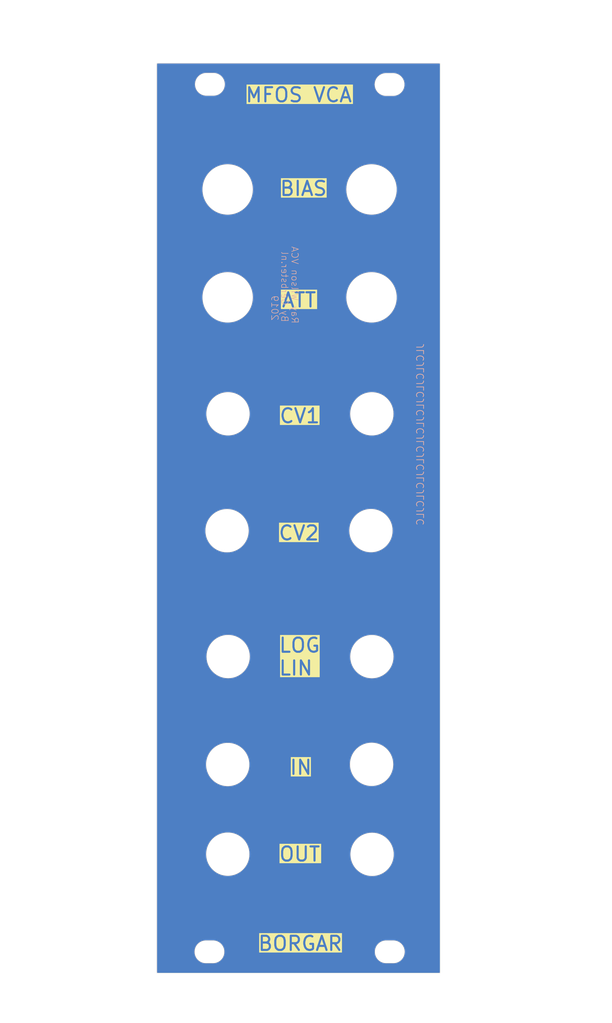
<source format=kicad_pcb>
(kicad_pcb (version 20240108) (generator "pcbnew") (generator_version "8.0")
  (layers (0 "F.Cu" signal) (31 "B.Cu" signal) (34 "B.Paste" user) (35 "F.Paste" user) (36 "B.SilkS" user "B.Silkscreen") (37 "F.SilkS" user "F.Silkscreen") (38 "B.Mask" user) (39 "F.Mask" user) (44 "Edge.Cuts" user))
  (net 0 "")
  (footprint "1UserLibrary:eurorack panel jack hole" (layer "F.Cu") (at 113.678987 104.639979)
    (property "Reference" "REF**" (hide yes))
    (property "Value" "eurorack panel jack hole" (hide yes))
    (fp_circle (center -0.131962 0) (end 2.918038 0) (stroke (width 0.05)) (fill none) (layer "Edge.Cuts"))
  )
  (footprint "1UserLibrary:eurorack panel PotHole" (layer "F.Cu") (at 133.998947 56.377933)
    (property "Reference" "REF**" (hide yes))
    (property "Value" "eurorack panel PotHole" (hide yes))
    (fp_circle (center -0.046289 0.054901) (end 3.503711 0.054901) (stroke (width 0.05)) (fill none) (layer "Edge.Cuts"))
  )
  (footprint "1UserLibrary:eurorack panel jack hole" (layer "F.Cu") (at 134.003299 104.626894)
    (property "Reference" "REF**" (hide yes))
    (property "Value" "eurorack panel jack hole" (hide yes))
    (fp_circle (center -0.131962 0) (end 2.918038 0) (stroke (width 0.05)) (fill none) (layer "Edge.Cuts"))
  )
  (footprint "1UserLibrary:eurorack panel jack hole" (layer "F.Cu") (at 113.835747 122.420258)
    (property "Reference" "REF**" (hide yes))
    (property "Value" "eurorack panel jack hole" (hide yes))
    (fp_circle (center -0.131962 0) (end 2.918038 0) (stroke (width 0.05)) (fill none) (layer "Edge.Cuts"))
  )
  (footprint "1UserLibrary:eurorack panel jack hole" (layer "F.Cu") (at 113.785491 150.332748)
    (property "Reference" "REF**" (hide yes))
    (property "Value" "eurorack panel jack hole" (hide yes))
    (fp_circle (center -0.131962 0) (end 2.918038 0) (stroke (width 0.05)) (fill none) (layer "Edge.Cuts"))
  )
  (footprint "1UserLibrary:Eurorack panel mountinghole" (layer "F.Cu") (at 136.529549 164.127562)
    (property "Reference" "REF**" (hide yes))
    (property "Value" "Eurorack panel mountinghole" (hide yes))
    (fp_line (start -0.500041 1.600001) (end 0.499959 1.600001) (stroke (width 0.05)) (layer "Edge.Cuts"))
    (fp_line (start 0.499959 -1.599999) (end -0.500041 -1.599999) (stroke (width 0.05)) (layer "Edge.Cuts"))
    (fp_arc (start -0.500041 1.600001) (mid -2.1 0.000001) (end -0.500041 -1.599999) (stroke (width 0.05)) (layer "Edge.Cuts"))
    (fp_arc (start 0.499959 -1.599999) (mid 2.099999 0.000001) (end 0.499959 1.600001) (stroke (width 0.05)) (layer "Edge.Cuts"))
  )
  (footprint "1UserLibrary:eurorack panel jack hole" (layer "F.Cu") (at 134.162887 150.357853)
    (property "Reference" "REF**" (hide yes))
    (property "Value" "eurorack panel jack hole" (hide yes))
    (fp_circle (center -0.131962 0) (end 2.918038 0) (stroke (width 0.05)) (fill none) (layer "Edge.Cuts"))
  )
  (footprint "1UserLibrary:eurorack panel PotHole" (layer "F.Cu") (at 133.998926 71.619893)
    (property "Reference" "REF**" (hide yes))
    (property "Value" "eurorack panel PotHole" (hide yes))
    (fp_circle (center -0.046289 0.054901) (end 3.503711 0.054901) (stroke (width 0.05)) (fill none) (layer "Edge.Cuts"))
  )
  (footprint "1UserLibrary:eurorack panel PotHole" (layer "F.Cu") (at 113.678656 56.379336)
    (property "Reference" "REF**" (hide yes))
    (property "Value" "eurorack panel PotHole" (hide yes))
    (fp_circle (center -0.046289 0.054901) (end 3.503711 0.054901) (stroke (width 0.05)) (fill none) (layer "Edge.Cuts"))
  )
  (footprint "1UserLibrary:eurorack panel jack hole" (layer "F.Cu") (at 134.135548 122.427221)
    (property "Reference" "REF**" (hide yes))
    (property "Value" "eurorack panel jack hole" (hide yes))
    (fp_circle (center -0.131962 0) (end 2.918038 0) (stroke (width 0.05)) (fill none) (layer "Edge.Cuts"))
  )
  (footprint "1UserLibrary:eurorack panel jack hole" (layer "F.Cu") (at 134.096061 137.643691)
    (property "Reference" "REF**" (hide yes))
    (property "Value" "eurorack panel jack hole" (hide yes))
    (fp_circle (center -0.131962 0) (end 2.918038 0) (stroke (width 0.05)) (fill none) (layer "Edge.Cuts"))
  )
  (footprint "1UserLibrary:eurorack panel jack hole" (layer "F.Cu") (at 113.776113 137.668723)
    (property "Reference" "REF**" (hide yes))
    (property "Value" "eurorack panel jack hole" (hide yes))
    (fp_circle (center -0.131962 0) (end 2.918038 0) (stroke (width 0.05)) (fill none) (layer "Edge.Cuts"))
  )
  (footprint "1UserLibrary:chains_50x60" (layer "F.Cu") (at 127.196722 65.061464)
    (property "Reference" "G***" (hide yes))
    (property "Value" "LOGO" (hide yes))
  )
  (footprint "1UserLibrary:eurorack panel PotHole" (layer "F.Cu") (at 113.679042 71.620055)
    (property "Reference" "REF**" (hide yes))
    (property "Value" "eurorack panel PotHole" (hide yes))
    (fp_circle (center -0.046289 0.054901) (end 3.503711 0.054901) (stroke (width 0.05)) (fill none) (layer "Edge.Cuts"))
  )
  (gr_line (start 110.56 165.728159) (end 111.56 165.728159) (stroke (width 0.05)) (layer "Edge.Cuts"))
  (gr_arc (start 110.625 43.181159) (mid 109.025 41.581159) (end 110.625 39.981159) (stroke (width 0.05)) (layer "Edge.Cuts"))
  (gr_arc (start 136 43.208159) (mid 134.4 41.608159) (end 136 40.008159) (stroke (width 0.05)) (layer "Edge.Cuts"))
  (gr_circle (center 113.681126 88.127092) (end 116.731126 88.127092) (stroke (width 0.05)) (fill none) (layer "Edge.Cuts"))
  (gr_circle (center 133.998596 88.130017) (end 137.048596 88.130017) (stroke (width 0.05)) (fill none) (layer "Edge.Cuts"))
  (gr_rect (start 103.632 38.621159) (end 143.632 167.121159) (stroke (width 0.05)) (fill none) (layer "Edge.Cuts"))
  (gr_line (start 137 40.008159) (end 136 40.008159) (stroke (width 0.05)) (layer "Edge.Cuts"))
  (gr_line (start 111.56 162.528159) (end 110.56 162.528159) (stroke (width 0.05)) (layer "Edge.Cuts"))
  (gr_line (start 110.625 43.181159) (end 111.625 43.181159) (stroke (width 0.05)) (layer "Edge.Cuts"))
  (gr_arc (start 110.56 165.728159) (mid 108.96 164.128159) (end 110.56 162.528159) (stroke (width 0.05)) (layer "Edge.Cuts"))
  (gr_line (start 111.625 39.981159) (end 110.625 39.981159) (stroke (width 0.05)) (layer "Edge.Cuts"))
  (gr_line (start 136 43.208159) (end 137 43.208159) (stroke (width 0.05)) (layer "Edge.Cuts"))
  (gr_arc (start 111.625 39.981159) (mid 113.225 41.581159) (end 111.625 43.181159) (stroke (width 0.05)) (layer "Edge.Cuts"))
  (gr_arc (start 137 40.008159) (mid 138.6 41.608159) (end 137 43.208159) (stroke (width 0.05)) (layer "Edge.Cuts"))
  (gr_arc (start 111.56 162.528159) (mid 113.16 164.128159) (end 111.56 165.728159) (stroke (width 0.05)) (layer "Edge.Cuts"))
  (gr_text "Ray Wilson VCA" (at 122.569 75.43 -90) (layer "B.SilkS") (effects (font (size 0.93472 0.93472) (thickness 0.08128)) (justify left bottom mirror)))
  (gr_text "JLCJLCJLCJLCJLCJLCJLCJLCJLCJLC" (at 141.432 78.121159 90) (layer "B.SilkS") (effects (font (size 1 1) (thickness 0.1)) (justify left bottom mirror)))
  (gr_text "By Gerbster.nl" (at 121.132 75.221159 -90) (layer "B.SilkS") (effects (font (size 0.93472 0.93472) (thickness 0.08128)) (justify left bottom mirror)))
  (gr_text "2019" (at 119.732 75.021159 -90) (layer "B.SilkS") (effects (font (size 0.93472 0.93472) (thickness 0.08128)) (justify left bottom mirror)))
  (gr_text "CV1" (at 120.808063 89.593874 0) (layer "F.SilkS" knockout) (effects (font (size 2 2) (thickness 0.3)) (justify left bottom)))
  (gr_text "CV2" (at 120.678987 106.139979 0) (layer "F.SilkS" knockout) (effects (font (size 2 2) (thickness 0.3)) (justify left bottom)))
  (gr_text "LOG\nLIN" (at 120.732 125.221159 0) (layer "F.SilkS" knockout) (effects (font (size 2 2) (thickness 0.3)) (justify left bottom)))
  (gr_text "BORGAR" (at 117.779549 164.120055 0) (layer "F.SilkS" knockout) (effects (font (size 2 2) (thickness 0.3)) (justify left bottom)))
  (gr_text "OUT" (at 120.75 151.5 0) (layer "F.SilkS" knockout) (effects (font (size 2 2) (thickness 0.3)) (justify left bottom)))
  (gr_text "ATT" (at 121.132 73.221159 0) (layer "F.SilkS" knockout) (effects (font (size 2 2) (thickness 0.3)) (justify left bottom)))
  (gr_text "MFOS VCA" (at 116 44.25 0) (layer "F.SilkS" knockout) (effects (font (size 2 2) (thickness 0.3)) (justify left bottom)))
  (gr_text "IN" (at 122.25 139.25 0) (layer "F.SilkS" knockout) (effects (font (size 2 2) (thickness 0.3)) (justify left bottom)))
  (gr_text "BIAS" (at 120.856215 57.476977 0) (layer "F.SilkS" knockout) (effects (font (size 2 2) (thickness 0.3)) (justify left bottom)))
  (zone (net 0) (net_name "") (layers "F&B.Cu") (connect_pads (clearance 0.5)) (min_thickness 0.25) (fill yes (thermal_gap 0.5) (thermal_bridge_width 0.5) (island_removal_mode 1) (island_area_min 10))
    (polygon (pts (xy 143.632 38.621159) (xy 143.632 167.123931) (xy 103.63609 167.123931) (xy 103.627636 38.614022)))
  )
)
</source>
